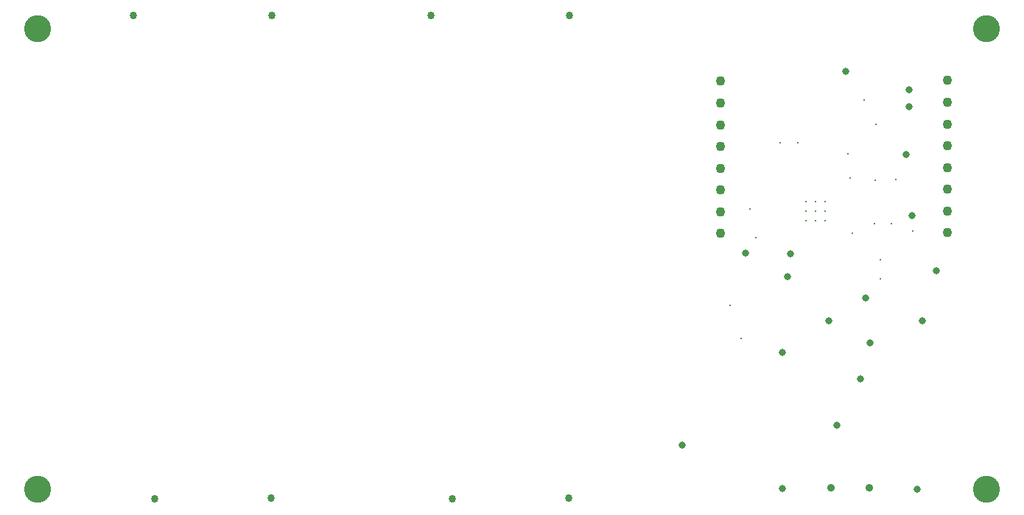
<source format=gbs>
G04*
G04 #@! TF.GenerationSoftware,Altium Limited,Altium Designer,20.2.3 (150)*
G04*
G04 Layer_Color=16711935*
%FSLAX44Y44*%
%MOMM*%
G71*
G04*
G04 #@! TF.SameCoordinates,88EA2407-11FA-4F87-BFA0-285E861C9762*
G04*
G04*
G04 #@! TF.FilePolarity,Negative*
G04*
G01*
G75*
%ADD55C,0.9000*%
%ADD56C,3.1000*%
%ADD57C,1.1000*%
%ADD58C,0.8620*%
%ADD59C,0.8112*%
%ADD60C,0.3000*%
D55*
X963260Y51840D02*
D03*
X1007260D02*
D03*
D56*
X52000Y50000D02*
D03*
Y580000D02*
D03*
X1142000Y580000D02*
D03*
Y50000D02*
D03*
D57*
X1097260Y469840D02*
D03*
Y520640D02*
D03*
Y495240D02*
D03*
Y419840D02*
D03*
Y445240D02*
D03*
Y369840D02*
D03*
Y395240D02*
D03*
Y345240D02*
D03*
X836260Y468840D02*
D03*
Y519640D02*
D03*
Y494240D02*
D03*
Y418840D02*
D03*
Y444240D02*
D03*
Y368840D02*
D03*
Y394240D02*
D03*
Y344240D02*
D03*
D58*
X504000Y595000D02*
D03*
X663000D02*
D03*
X662000Y40000D02*
D03*
X528000Y39000D02*
D03*
X186000D02*
D03*
X320000Y40000D02*
D03*
X321000Y595000D02*
D03*
X162000D02*
D03*
D59*
X997000Y177000D02*
D03*
X1008260Y218840D02*
D03*
X1053000Y510000D02*
D03*
X1057000Y365250D02*
D03*
X907260Y50840D02*
D03*
X1062260Y50340D02*
D03*
X917260Y320840D02*
D03*
X913260Y294840D02*
D03*
X792260Y100840D02*
D03*
X970260Y123840D02*
D03*
X907260Y207840D02*
D03*
X1068260Y243840D02*
D03*
X980260Y530840D02*
D03*
X961260Y243840D02*
D03*
X1003260Y269840D02*
D03*
X865260Y321840D02*
D03*
X1084260Y301840D02*
D03*
X1050260Y434840D02*
D03*
X1053000Y490000D02*
D03*
D60*
X934510Y381090D02*
D03*
Y370090D02*
D03*
Y359090D02*
D03*
X945510Y381090D02*
D03*
Y370090D02*
D03*
Y359090D02*
D03*
X956510Y381090D02*
D03*
Y370090D02*
D03*
Y359090D02*
D03*
X1001260Y497840D02*
D03*
X1033270Y355430D02*
D03*
X1013270D02*
D03*
X860260Y223840D02*
D03*
X847260Y261840D02*
D03*
X877260Y339840D02*
D03*
X1020260Y291840D02*
D03*
Y313840D02*
D03*
X1057260Y346840D02*
D03*
X988270Y344430D02*
D03*
X1014260Y405840D02*
D03*
X983260Y435840D02*
D03*
X1015260Y469840D02*
D03*
X1038260Y406840D02*
D03*
X925260Y448840D02*
D03*
X905260D02*
D03*
X870260Y372840D02*
D03*
X985250Y407750D02*
D03*
M02*

</source>
